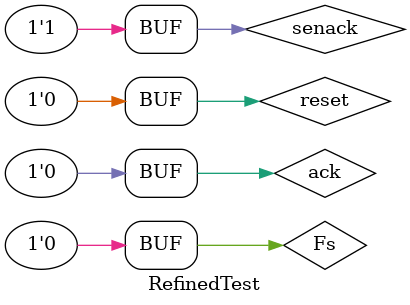
<source format=v>
`timescale 1ns / 1ps


module RefinedTest;

	// Inputs
	reg reset;
	reg ack;
	reg senack;
	reg Fs;
	// Outputs
	wire A;
	wire B;
	wire C;
	wire cclear;
	wire Dt;
	wire bit0;
	wire bit1;

	// Bidirs
	

	// Instantiate the Unit Under Test (UUT)
	FsRefined uut (
		.A(A), 
		.B(B), 
		.C(C), 
		.reset(reset), 
		.ack(ack), 
		.senack(senack), 
		.cclear(cclear), 
		.Fs(Fs), 
		.Dt(Dt), 
		.bit0(bit0), 
		.bit1(bit1)
	);

	initial begin
		// Initialize Inputs
		reset = 0;
		ack = 0;
		senack = 0;
		Fs = 0;

		// Wait 100 ns for global reset to finish
		#100;
		#100;
		reset = 1;
		#100;
      Fs = 1;
		#100;
		ack =1;
		Fs=0;
		#100;
		ack = 0;
		#100;
		ack = 1;
		#100;
		ack = 0;
		reset = 0;
		#100;
		ack =1;
		#100;
		//reset = 1;
		ack = 0;
		#100;
		ack = 1;
		#100;
		ack = 0;
		#100;
		senack = 1;
		#100;
        
		// Add stimulus here

	end
      
endmodule


</source>
